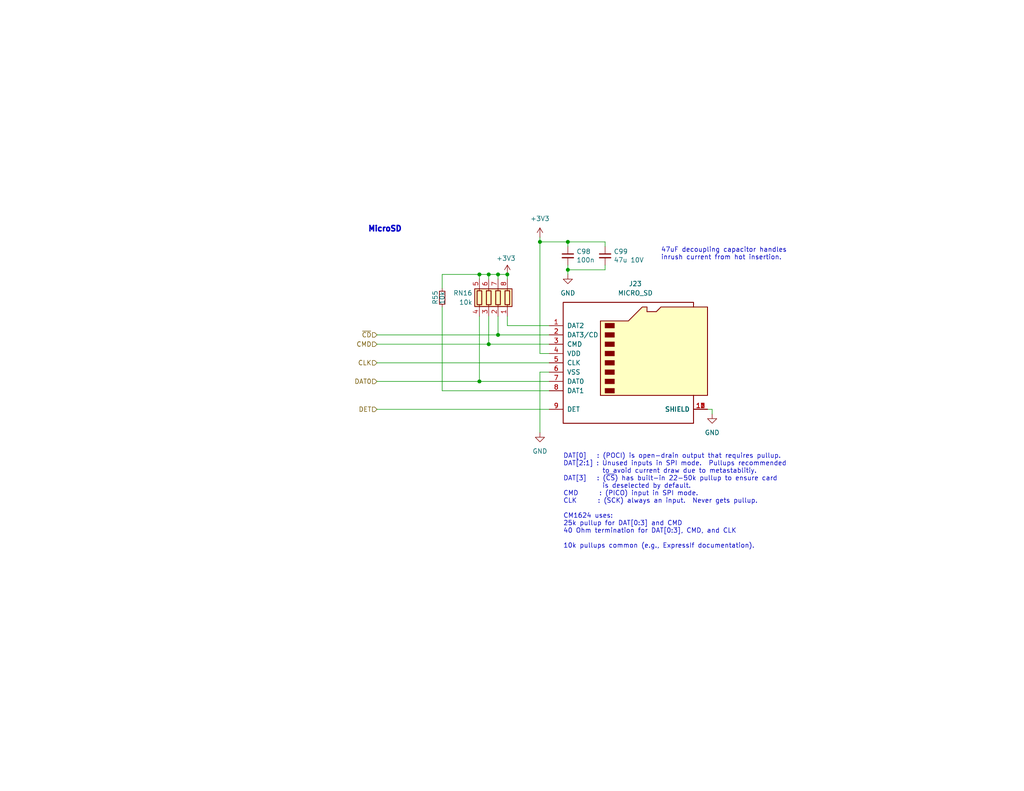
<source format=kicad_sch>
(kicad_sch (version 20211123) (generator eeschema)
  (paper "A")
  (title_block (title "EconoPET 40/8096") (date "2023-11-21") (rev "B"))
  (lib_symbols
    (symbol "Connector:Micro_SD_Card_Det" (pin_names (offset 1.016))
      (property "Reference" "J13" (at 0.635 21.59 0))
      (property "Value" "MicroSD" (at 0.635 19.05 0))
      (symbol "Micro_SD_Card_Det_0_0"
        (pin passive line (at 20.32 -12.7 180) (length 3.81) (name "SHIELD") (number "11"))
        (pin passive line (at 20.32 -12.7 180) (length 3.81) (name "SHIELD") (number "12"))
        (pin passive line (at 20.32 -12.7 180) (length 3.81) (name "SHIELD") (number "13"))
      )
      (symbol "Micro_SD_Card_Det_0_1"
        (rectangle (start -7.62 -6.985) (end -5.08 -8.255) (fill (type outline)))
        (rectangle (start -7.62 -4.445) (end -5.08 -5.715) (fill (type outline)))
        (rectangle (start -7.62 -1.905) (end -5.08 -3.175) (fill (type outline)))
        (rectangle (start -7.62 0.635) (end -5.08 -0.635) (fill (type outline)))
        (rectangle (start -7.62 3.175) (end -5.08 1.905) (fill (type outline)))
        (rectangle (start -7.62 5.715) (end -5.08 4.445) (fill (type outline)))
        (rectangle (start -7.62 8.255) (end -5.08 6.985) (fill (type outline)))
        (rectangle (start -7.62 10.795) (end -5.08 9.525) (fill (type outline)))
        (polyline (pts (xy 16.51 15.24) (xy 16.51 16.51) (xy -19.05 16.51) (xy -19.05 -16.51) (xy 16.51 -16.51) (xy 16.51 -8.89)) (stroke (width 0.254)))
        (polyline (pts (xy -8.89 -8.89) (xy -8.89 11.43) (xy -1.27 11.43) (xy 2.54 15.24) (xy 3.81 15.24) (xy 3.81 13.97) (xy 6.35 13.97) (xy 7.62 15.24) (xy 20.32 15.24) (xy 20.32 -8.89) (xy -8.89 -8.89)) (stroke (width 0.254)) (fill (type background)))
      )
      (symbol "Micro_SD_Card_Det_1_1"
        (pin bidirectional line (at -22.86 10.16 0) (length 3.81) (name "DAT2") (number "1"))
        (pin passive line (at 20.32 -12.7 180) (length 3.81) (name "SHIELD") (number "10"))
        (pin bidirectional line (at -22.86 7.62 0) (length 3.81) (name "DAT3/CD") (number "2"))
        (pin input line (at -22.86 5.08 0) (length 3.81) (name "CMD") (number "3"))
        (pin power_in line (at -22.86 2.54 0) (length 3.81) (name "VDD") (number "4"))
        (pin input line (at -22.86 0 0) (length 3.81) (name "CLK") (number "5"))
        (pin power_in line (at -22.86 -2.54 0) (length 3.81) (name "VSS") (number "6"))
        (pin bidirectional line (at -22.86 -5.08 0) (length 3.81) (name "DAT0") (number "7"))
        (pin bidirectional line (at -22.86 -7.62 0) (length 3.81) (name "DAT1") (number "8"))
        (pin passive line (at -22.86 -12.7 0) (length 3.81) (name "DET") (number "9"))
      )
    )
    (symbol "Device:C_Small" (pin_numbers hide) (pin_names (offset 0.254) hide)
      (property "Reference" "C" (at 0.254 1.778 0))
      (property "Value" "C_Small" (at 0.254 -2.032 0))
      (symbol "C_Small_0_1"
        (polyline (pts (xy -1.524 -0.508) (xy 1.524 -0.508)) (stroke (width 0.3302)))
        (polyline (pts (xy -1.524 0.508) (xy 1.524 0.508)) (stroke (width 0.3048)))
      )
      (symbol "C_Small_1_1"
        (pin passive line (at 0 2.54 270) (length 2.032) (name "~") (number "1"))
        (pin passive line (at 0 -2.54 90) (length 2.032) (name "~") (number "2"))
      )
    )
    (symbol "Device:R_Pack04" (pin_names (offset 0) hide)
      (property "Reference" "RN" (at -7.62 0 90))
      (property "Value" "R_Pack04" (at 5.08 0 90))
      (symbol "R_Pack04_0_1"
        (rectangle (start -6.35 -2.413) (end 3.81 2.413) (stroke (width 0.254)) (fill (type background)))
        (rectangle (start -5.715 1.905) (end -4.445 -1.905) (stroke (width 0.254)))
        (rectangle (start -3.175 1.905) (end -1.905 -1.905) (stroke (width 0.254)))
        (rectangle (start -0.635 1.905) (end 0.635 -1.905) (stroke (width 0.254)))
        (polyline (pts (xy -5.08 -2.54) (xy -5.08 -1.905)))
        (polyline (pts (xy -5.08 1.905) (xy -5.08 2.54)))
        (polyline (pts (xy -2.54 -2.54) (xy -2.54 -1.905)))
        (polyline (pts (xy -2.54 1.905) (xy -2.54 2.54)))
        (polyline (pts (xy 0 -2.54) (xy 0 -1.905)))
        (polyline (pts (xy 0 1.905) (xy 0 2.54)))
        (polyline (pts (xy 2.54 -2.54) (xy 2.54 -1.905)))
        (polyline (pts (xy 2.54 1.905) (xy 2.54 2.54)))
        (rectangle (start 1.905 1.905) (end 3.175 -1.905) (stroke (width 0.254)))
      )
      (symbol "R_Pack04_1_1"
        (pin passive line (at -5.08 -5.08 90) (length 2.54) (name "R1.1") (number "1"))
        (pin passive line (at -2.54 -5.08 90) (length 2.54) (name "R2.1") (number "2"))
        (pin passive line (at 0 -5.08 90) (length 2.54) (name "R3.1") (number "3"))
        (pin passive line (at 2.54 -5.08 90) (length 2.54) (name "R4.1") (number "4"))
        (pin passive line (at 2.54 5.08 270) (length 2.54) (name "R4.2") (number "5"))
        (pin passive line (at 0 5.08 270) (length 2.54) (name "R3.2") (number "6"))
        (pin passive line (at -2.54 5.08 270) (length 2.54) (name "R2.2") (number "7"))
        (pin passive line (at -5.08 5.08 270) (length 2.54) (name "R1.2") (number "8"))
      )
    )
    (symbol "Device:R_Small" (pin_numbers hide) (pin_names (offset 0.254) hide)
      (property "Reference" "R" (at 0.762 0.508 0))
      (property "Value" "R_Small" (at 0.762 -1.016 0))
      (symbol "R_Small_0_1"
        (rectangle (start -0.762 1.778) (end 0.762 -1.778) (stroke (width 0.2032)))
      )
      (symbol "R_Small_1_1"
        (pin passive line (at 0 2.54 270) (length 0.762) (name "~") (number "1"))
        (pin passive line (at 0 -2.54 90) (length 0.762) (name "~") (number "2"))
      )
    )
    (symbol "power:+3V3" (power) (pin_names (offset 0))
      (property "Value" "+3V3" (at 0 3.556 0))
      (symbol "+3V3_0_1"
        (polyline (pts (xy -0.762 1.27) (xy 0 2.54)))
        (polyline (pts (xy 0 0) (xy 0 2.54)))
        (polyline (pts (xy 0 2.54) (xy 0.762 1.27)))
      )
      (symbol "+3V3_1_1"
        (pin power_in line (at 0 0 90) (length 0) hide (name "+3V3") (number "1"))
      )
    )
    (symbol "power:GND" (power) (pin_names (offset 0))
      (property "Value" "GND" (at 0 -3.81 0))
      (symbol "GND_0_1"
        (polyline (pts (xy 0 0) (xy 0 -1.27) (xy 1.27 -1.27) (xy 0 -2.54) (xy -1.27 -1.27) (xy 0 -1.27)))
      )
      (symbol "GND_1_1"
        (pin power_in line (at 0 0 270) (length 0) hide (name "GND") (number "1"))
      )
    )
  )
  (junction (at 130.81 104.14))
  (junction (at 130.81 74.93))
  (junction (at 154.94 73.66))
  (junction (at 154.94 66.04))
  (junction (at 147.32 66.04))
  (junction (at 135.89 91.44))
  (junction (at 135.89 74.93))
  (junction (at 138.43 74.93))
  (junction (at 133.35 93.98))
  (junction (at 133.35 74.93))
  (wire (pts (xy 165.1 73.66) (xy 165.1 72.39)))
  (wire (pts (xy 193.04 111.76) (xy 194.31 111.76)))
  (wire (pts (xy 149.86 96.52) (xy 147.32 96.52)))
  (wire (pts (xy 120.65 106.68) (xy 149.86 106.68)))
  (wire (pts (xy 120.65 74.93) (xy 130.81 74.93)))
  (wire (pts (xy 133.35 74.93) (xy 135.89 74.93)))
  (wire (pts (xy 130.81 74.93) (xy 133.35 74.93)))
  (wire (pts (xy 154.94 73.66) (xy 154.94 72.39)))
  (wire (pts (xy 149.86 88.9) (xy 138.43 88.9)))
  (wire (pts (xy 130.81 76.2) (xy 130.81 74.93)))
  (wire (pts (xy 154.94 67.31) (xy 154.94 66.04)))
  (wire (pts (xy 154.94 74.93) (xy 154.94 73.66)))
  (wire (pts (xy 147.32 101.6) (xy 147.32 118.11)))
  (wire (pts (xy 102.87 91.44) (xy 135.89 91.44)))
  (wire (pts (xy 147.32 64.77) (xy 147.32 66.04)))
  (wire (pts (xy 165.1 66.04) (xy 165.1 67.31)))
  (wire (pts (xy 120.65 78.74) (xy 120.65 74.93)))
  (wire (pts (xy 130.81 104.14) (xy 149.86 104.14)))
  (wire (pts (xy 102.87 111.76) (xy 149.86 111.76)))
  (wire (pts (xy 135.89 86.36) (xy 135.89 91.44)))
  (wire (pts (xy 133.35 86.36) (xy 133.35 93.98)))
  (wire (pts (xy 130.81 86.36) (xy 130.81 104.14)))
  (wire (pts (xy 102.87 99.06) (xy 149.86 99.06)))
  (wire (pts (xy 138.43 74.93) (xy 138.43 76.2)))
  (wire (pts (xy 147.32 66.04) (xy 154.94 66.04)))
  (wire (pts (xy 194.31 111.76) (xy 194.31 113.03)))
  (wire (pts (xy 149.86 101.6) (xy 147.32 101.6)))
  (wire (pts (xy 147.32 66.04) (xy 147.32 96.52)))
  (wire (pts (xy 133.35 93.98) (xy 149.86 93.98)))
  (wire (pts (xy 102.87 104.14) (xy 130.81 104.14)))
  (wire (pts (xy 135.89 91.44) (xy 149.86 91.44)))
  (wire (pts (xy 120.65 106.68) (xy 120.65 83.82)))
  (wire (pts (xy 102.87 93.98) (xy 133.35 93.98)))
  (wire (pts (xy 154.94 73.66) (xy 165.1 73.66)))
  (wire (pts (xy 138.43 86.36) (xy 138.43 88.9)))
  (wire (pts (xy 135.89 74.93) (xy 135.89 76.2)))
  (wire (pts (xy 135.89 74.93) (xy 138.43 74.93)))
  (wire (pts (xy 154.94 66.04) (xy 165.1 66.04)))
  (wire (pts (xy 133.35 74.93) (xy 133.35 76.2)))
  (text "47uF decoupling capacitor handles\ninrush current from hot insertion." (at 180.34 71.12 0) (effects (font (size 1.27 1.27)) (justify left bottom)))
  (text "DAT[0]   : (POCI) is open-drain output that requires pullup.\nDAT[2:1] : Unused inputs in SPI mode.  Pullups recommended\n           to avoid current draw due to metastablitiy.\nDAT[3]   : (~{CS}) has built-in 22-50k pullup to ensure card\n           is deselected by default.\nCMD      : (PICO) input in SPI mode.\nCLK      : (SCK) always an input.  Never gets pullup.\n\nCM1624 uses:\n25k pullup for DAT[0:3] and CMD\n40 Ohm termination for DAT[0:3], CMD, and CLK\n\n10k pullups common (e.g., ExpressIf documentation)." (at 153.67 149.86 0) (effects (font (size 1.27 1.27)) (justify left bottom)))
  (text "MicroSD" (at 100.33 63.5 0) (effects (font (size 1.5 1.5) (thickness 0.8) bold) (justify left bottom)))
  (hierarchical_label "CLK" (shape input) (at 102.87 99.06 180))
  (hierarchical_label "~{CD}" (shape input) (at 102.87 91.44 180))
  (hierarchical_label "DAT0" (shape input) (at 102.87 104.14 180))
  (hierarchical_label "CMD" (shape input) (at 102.87 93.98 180))
  (hierarchical_label "DET" (shape input) (at 102.87 111.76 180))
  (symbol (lib_id "power:+3V3") (at 138.43 74.93 0) (mirror y) (unit 1)
    (property "Reference" "#PWR0165" (effects hide))
    (property "Value" "+3V3" (at 138.049 70.5358 0))
  )
  (symbol (lib_id "power:+3V3") (at 147.32 64.77 0) (unit 1)
    (property "Reference" "#PWR0166" (effects hide))
    (property "Value" "+3V3" (at 147.32 59.69 0))
  )
  (symbol (lib_id "Connector:Micro_SD_Card_Det") (at 172.72 99.06 0) (unit 1)
    (property "Reference" "J23" (at 173.355 77.47 0))
    (property "Value" "MICRO_SD" (at 173.355 80.01 0))
    (property "Footprint" "JLCPCB:TF-SMD_TF-PUSH" (effects hide))
    (property "Datasheet" "https://datasheet.lcsc.com/lcsc/1912111437_SHOU-HAN-TF-PUSH_C393941.pdf" (effects hide))
    (property "LCSC" "C393941" (effects hide))
  )
  (symbol (lib_id "power:GND") (at 194.31 113.03 0) (unit 1)
    (property "Reference" "#PWR0169" (effects hide))
    (property "Value" "GND" (at 194.31 118.11 0))
  )
  (symbol (lib_id "Device:R_Pack04") (at 133.35 81.28 0) (mirror y) (unit 1)
    (property "Reference" "RN16" (at 128.905 80.01 0) (effects (justify left)))
    (property "Value" "10k" (at 128.905 82.55 0) (effects (justify left)))
    (property "Footprint" "Resistor_SMD:R_Array_Convex_4x0603" (effects hide))
    (property "Datasheet" "https://datasheet.lcsc.com/lcsc/2304140030_UNI-ROYAL-Uniroyal-Elec-4D03WGJ0103T5E_C29718.pdf" (effects hide))
    (property "LCSC" "C29718" (effects hide))
  )
  (symbol (lib_id "power:GND") (at 147.32 118.11 0) (unit 1)
    (property "Reference" "#PWR0167" (effects hide))
    (property "Value" "GND" (at 147.32 123.19 0))
  )
  (symbol (lib_id "Device:R_Small") (at 120.65 81.28 0) (unit 1)
    (property "Reference" "R55" (at 118.745 83.185 90) (effects (justify left)))
    (property "Value" "10k" (at 120.65 83.185 90) (effects (justify left)))
    (property "Footprint" "Resistor_SMD:R_0402_1005Metric" (effects hide))
    (property "Datasheet" "https://datasheet.lcsc.com/lcsc/2206010100_UNI-ROYAL-Uniroyal-Elec-0402WGF1002TCE_C25744.pdf" (effects hide))
    (property "LCSC" "C25744" (effects hide))
  )
  (symbol (lib_id "power:GND") (at 154.94 74.93 0) (unit 1)
    (property "Reference" "#PWR0168" (effects hide))
    (property "Value" "GND" (at 154.94 80.01 0))
  )
  (symbol (lib_id "Device:C_Small") (at 165.1 69.85 0) (unit 1)
    (property "Reference" "C99" (at 167.4368 68.6816 0) (effects (justify left)))
    (property "Value" "47u 10V" (at 167.4368 70.993 0) (effects (justify left)))
    (property "Footprint" "Capacitor_SMD:C_1206_3216Metric" (effects hide))
    (property "Datasheet" "https://datasheet.lcsc.com/lcsc/2304140030_Samsung-Electro-Mechanics-CL31A476MPHNNNE_C96123.pdf" (effects hide))
    (property "LCSC" "C96123" (effects hide))
  )
  (symbol (lib_id "Device:C_Small") (at 154.94 69.85 0) (unit 1)
    (property "Reference" "C98" (at 157.2768 68.6816 0) (effects (justify left)))
    (property "Value" "100n" (at 157.2768 70.993 0) (effects (justify left)))
    (property "Footprint" "Capacitor_SMD:C_0402_1005Metric" (effects hide))
    (property "Datasheet" "https://datasheet.lcsc.com/lcsc/2304140030_Samsung-Electro-Mechanics-CL05B104KB54PNC_C307331.pdf" (effects hide))
    (property "LCSC" "C307331" (effects hide))
  )
)
</source>
